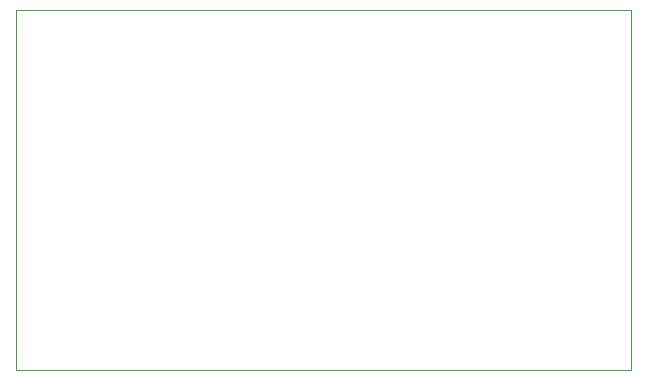
<source format=gbr>
G04 #@! TF.GenerationSoftware,KiCad,Pcbnew,5.1.4-3.fc30*
G04 #@! TF.CreationDate,2019-09-04T23:18:52+02:00*
G04 #@! TF.ProjectId,PrintEye,5072696e-7445-4796-952e-6b696361645f,rev?*
G04 #@! TF.SameCoordinates,PX7274898PY7142240*
G04 #@! TF.FileFunction,Profile,NP*
%FSLAX46Y46*%
G04 Gerber Fmt 4.6, Leading zero omitted, Abs format (unit mm)*
G04 Created by KiCad (PCBNEW 5.1.4-3.fc30) date 2019-09-04 23:18:52*
%MOMM*%
%LPD*%
G04 APERTURE LIST*
%ADD10C,0.100000*%
G04 APERTURE END LIST*
D10*
X0Y0D02*
X0Y30495000D01*
X52100000Y50000D02*
X0Y0D01*
X52100000Y30545000D02*
X52100000Y50000D01*
X0Y30495000D02*
X52100000Y30550000D01*
M02*

</source>
